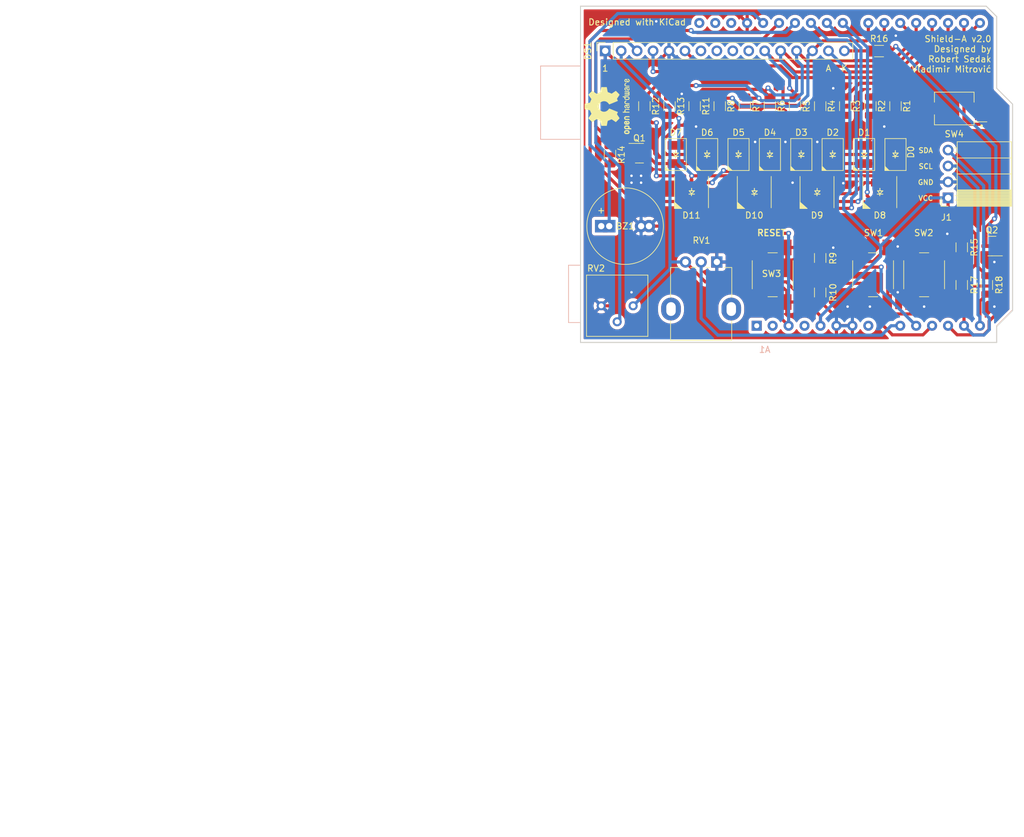
<source format=kicad_pcb>
(kicad_pcb (version 20211014) (generator pcbnew)
  (title_block (title "Shield-A") (date "2022-03-28") (rev "2.0") (company "Designed by Robert Sedak, Vladimir Mitrović") (comment 1 "License: CC-BY-SA 4.0") (comment 4 "Shield for Arduino Uno"))
  (layers (0 "F.Cu" signal) (31 "B.Cu" signal) (34 "B.Paste" user) (35 "F.Paste" user) (36 "B.SilkS" user "B.Silkscreen") (37 "F.SilkS" user "F.Silkscreen") (38 "B.Mask" user) (39 "F.Mask" user) (44 "Edge.Cuts" user))
  (net 0 "")
  (net 1 "GND")
  (net 2 "Net-(D7-Pad2)")
  (net 3 "Net-(D6-Pad2)")
  (net 4 "Net-(D5-Pad2)")
  (net 5 "Net-(D4-Pad2)")
  (net 6 "Net-(D3-Pad2)")
  (net 7 "Net-(D2-Pad2)")
  (net 8 "Net-(R2-Pad1)")
  (net 9 "Net-(R1-Pad1)")
  (net 10 "Net-(D1-Pad2)")
  (net 11 "D9")
  (net 12 "+5V")
  (net 13 "Net-(A1-Pad9)")
  (net 16 "Net-(A1-Pad3)")
  (net 19 "Net-(A1-Pad12)")
  (net 20 "Net-(A1-Pad28)")
  (net 22 "SDA")
  (net 23 "Net-(D10-Pad4)")
  (net 24 "D2")
  (net 25 "D11")
  (net 26 "D7")
  (net 27 "D6")
  (net 28 "D5")
  (net 29 "D4")
  (net 32 "Net-(A1-Pad15)")
  (net 33 "Net-(A1-Pad16)")
  (net 34 "Net-(A1-Pad27)")
  (net 35 "D3")
  (net 36 "Net-(DS1-Pad3)")
  (net 37 "D8")
  (net 38 "D10")
  (net 43 "SCL")
  (net 44 "Net-(A1-Pad11)")
  (net 45 "Net-(A1-Pad10)")
  (net 46 "Net-(DS1-Pad16)")
  (net 47 "Net-(D0-Pad2)")
  (net 48 "Net-(D0-Pad1)")
  (net 49 "Net-(R10-Pad1)")
  (net 50 "Net-(R9-Pad1)")
  (net 51 "Net-(D10-Pad5)")
  (net 52 "Net-(D10-Pad6)")
  (net 53 "Net-(Q2-Pad3)")
  (footprint "Project related:Potentiometer_Alpha_RV09ACF-40_Single_Vertical" (layer "F.Cu") (at 129.54 104.14 -90)
    (fp_text reference "RV1")
    (fp_text value "10K")
  )
  (footprint "Project related:Buzzer_12x9.5RM7.6_5" (layer "F.Cu") (at 111.125 98.425)
    (fp_text reference "BZ1")
    (fp_text value "Buzzer")
  )
  (footprint "Project related:Potentiometer_Bourns_3386P_Vertical" (layer "F.Cu") (at 111.125 111.125 -90)
    (fp_text reference "RV2")
    (fp_text value "10K")
  )
  (footprint "Connector_PinSocket_2.54mm:PinSocket_1x16_P2.54mm_Vertical" (layer "F.Cu") (at 111.76 70.485 90)
    (fp_text reference "DS1")
    (fp_text value "WC1602A")
  )
  (footprint "Resistor_SMD:R_1206_3216Metric" (layer "F.Cu") (at 118 79.3 -90)
    (fp_text reference "R12")
    (fp_text value "1.8K")
  )
  (footprint "Resistor_SMD:R_1206_3216Metric" (layer "F.Cu") (at 146 109 -90)
    (fp_text reference "R10")
    (fp_text value "100R")
  )
  (footprint "Resistor_SMD:R_1206_3216Metric" (layer "F.Cu") (at 172.55 107.8 90)
    (fp_text reference "R18")
    (fp_text value "10K")
  )
  (footprint "Resistor_SMD:R_1206_3216Metric" (layer "F.Cu") (at 168.55 107.8 90)
    (fp_text reference "R17")
    (fp_text value "10K")
  )
  (footprint "Resistor_SMD:R_1206_3216Metric" (layer "F.Cu") (at 155.38 70.52)
    (fp_text reference "R16")
    (fp_text value "18R")
  )
  (footprint "Resistor_SMD:R_1206_3216Metric" (layer "F.Cu") (at 168.55 101.8 90)
    (fp_text reference "R15")
    (fp_text value "10K")
  )
  (footprint "Resistor_SMD:R_1206_3216Metric" (layer "F.Cu") (at 112.52 87.05 -90)
    (fp_text reference "R14")
    (fp_text value "10K")
  )
  (footprint "Resistor_SMD:R_1206_3216Metric" (layer "F.Cu") (at 122 79.3 -90)
    (fp_text reference "R13")
    (fp_text value "3.9K")
  )
  (footprint "Resistor_SMD:R_1206_3216Metric" (layer "F.Cu") (at 126 79.3 -90)
    (fp_text reference "R11")
    (fp_text value "2.7K")
  )
  (footprint "Resistor_SMD:R_1206_3216Metric" (layer "F.Cu") (at 146 103.5 -90)
    (fp_text reference "R9")
    (fp_text value "100R")
  )
  (footprint "Resistor_SMD:R_1206_3216Metric" (layer "F.Cu") (at 130 79.3 -90)
    (fp_text reference "R8")
    (fp_text value "8.2K")
  )
  (footprint "Resistor_SMD:R_1206_3216Metric" (layer "F.Cu") (at 134 79.3 -90)
    (fp_text reference "R7")
    (fp_text value "8.2K")
  )
  (footprint "Resistor_SMD:R_1206_3216Metric" (layer "F.Cu") (at 138 79.3 -90)
    (fp_text reference "R6")
    (fp_text value "8.2K")
  )
  (footprint "Resistor_SMD:R_1206_3216Metric" (layer "F.Cu") (at 142 79.3 -90)
    (fp_text reference "R5")
    (fp_text value "8.2K")
  )
  (footprint "Resistor_SMD:R_1206_3216Metric" (layer "F.Cu") (at 146 79.3 -90)
    (fp_text reference "R4")
    (fp_text value "8.2K")
  )
  (footprint "Resistor_SMD:R_1206_3216Metric" (layer "F.Cu") (at 150 79.3 -90)
    (fp_text reference "R3")
    (fp_text value "8.2K")
  )
  (footprint "Resistor_SMD:R_1206_3216Metric" (layer "F.Cu") (at 154 79.3 -90)
    (fp_text reference "R2")
    (fp_text value "8.2K")
  )
  (footprint "Resistor_SMD:R_1206_3216Metric" (layer "F.Cu") (at 158 79.3 -90)
    (fp_text reference "R1")
    (fp_text value "8.2K")
  )
  (footprint "Project related:RS-3535MWAR" (layer "F.Cu") (at 135.5 93 90)
    (fp_text reference "D10")
    (fp_text value "LED-6_3535")
  )
  (footprint "Project related:RS-3535MWAR" (layer "F.Cu") (at 155.5 93 90)
    (fp_text reference "D8")
    (fp_text value "LED-6_3535")
  )
  (footprint "Project related:RS-3535MWAR" (layer "F.Cu") (at 125.5 93 90)
    (fp_text reference "D11")
    (fp_text value "LED-6_3535")
  )
  (footprint "Project related:RS-3535MWAR" (layer "F.Cu") (at 145.5 93 90)
    (fp_text reference "D9")
    (fp_text value "LED-6_3535")
  )
  (footprint "Project related:LED_3528_Hubei_Kento_Elec" (layer "F.Cu") (at 158 87 -90)
    (fp_text reference "D0")
    (fp_text value "LED_3528")
  )
  (footprint "Project related:LED_3528_Hubei_Kento_Elec" (layer "F.Cu") (at 128 87 -90)
    (fp_text reference "D6")
    (fp_text value "LED_3528")
  )
  (footprint "Project related:LED_3528_Hubei_Kento_Elec" (layer "F.Cu") (at 153 87 -90)
    (fp_text reference "D1")
    (fp_text value "LED_3528")
  )
  (footprint "Project related:LED_3528_Hubei_Kento_Elec" (layer "F.Cu") (at 148 87 -90)
    (fp_text reference "D2")
    (fp_text value "LED_3528")
  )
  (footprint "Project related:LED_3528_Hubei_Kento_Elec" (layer "F.Cu") (at 138 87 -90)
    (fp_text reference "D4")
    (fp_text value "LED_3528")
  )
  (footprint "Project related:LED_3528_Hubei_Kento_Elec" (layer "F.Cu") (at 133 87 -90)
    (fp_text reference "D5")
    (fp_text value "LED_3528")
  )
  (footprint "Project related:LED_3528_Hubei_Kento_Elec" (layer "F.Cu") (at 123 87 -90)
    (fp_text reference "D7")
    (fp_text value "LED_3528")
  )
  (footprint "Project related:LED_3528_Hubei_Kento_Elec" (layer "F.Cu") (at 143 87 -90)
    (fp_text reference "D3")
    (fp_text value "LED_3528")
  )
  (footprint "Project related:SW_SMD_PUSH_6mm_h4.3mm" (layer "F.Cu") (at 138.43 106.172 90)
    (fp_text reference "SW3")
    (fp_text value "SW_Push")
  )
  (footprint "Project related:SW_SMD_PUSH_6mm_h7mm" (layer "F.Cu") (at 154.432 106.172 -90)
    (fp_text reference "SW1")
    (fp_text value "SW_Push")
  )
  (footprint "Project related:SW_SMD_PUSH_6mm_h7mm" (layer "F.Cu") (at 162.56 106.172 -90)
    (fp_text reference "SW2")
    (fp_text value "SW_Push")
  )
  (footprint "Connector_PinSocket_2.54mm:PinSocket_1x04_P2.54mm_Horizontal" (layer "F.Cu") (at 166.37 93.92 180)
    (fp_text reference "J1")
    (fp_text value "Conn_01x04_Female")
  )
  (footprint "Project related:SW_DIP_SPSTx02_Slide_Dungguan-Guangzhu-Industrial_DIS02LSGET_W6.0mm_P2.54mm" (layer "F.Cu") (at 167.36 79.67 180)
    (fp_text reference "SW4")
    (fp_text value "SW_DIP_x02")
  )
  (footprint "Symbol:OSHW-Logo2_9.8x8mm_SilkScreen" (layer "F.Cu") (at 112.2 79.35 90)
    (fp_text reference "REF**" hide)
    (fp_text value "OSHW-Logo2_9.8x8mm_SilkScreen" hide)
  )
  (footprint "Package_TO_SOT_SMD:SOT-23" (layer "F.Cu") (at 173.355 101.6 180)
    (fp_text reference "Q2")
    (fp_text value "MMBF170")
  )
  (footprint "Package_TO_SOT_SMD:SOT-23" (layer "F.Cu") (at 117.21 86.8)
    (fp_text reference "Q1")
    (fp_text value "MMBF170")
  )
  (footprint "Module:Arduino_UNO_R3" (layer "B.Cu") (at 135.89 114.3)
    (fp_text reference "A1")
    (fp_text value "Arduino_UNO_R3")
  )
  (gr_circle (center 171.71 82.42) (end 171.76 82.52) (layer "F.SilkS") (width 0.2) (fill none))
  (gr_line (start 107.823 63.373) (end 107.823 116.967) (layer "Edge.Cuts") (width 0.15))
  (gr_line (start 176.657 78.994) (end 174.117 76.454) (layer "Edge.Cuts") (width 0.15))
  (gr_line (start 107.823 116.967) (end 174.117 116.967) (layer "Edge.Cuts") (width 0.15))
  (gr_line (start 172.466 63.373) (end 107.823 63.373) (layer "Edge.Cuts") (width 0.15))
  (gr_line (start 174.117 76.454) (end 174.117 65.024) (layer "Edge.Cuts") (width 0.15))
  (gr_line (start 174.117 114.427) (end 176.657 111.887) (layer "Edge.Cuts") (width 0.15))
  (gr_line (start 174.117 116.967) (end 174.117 114.427) (layer "Edge.Cuts") (width 0.15))
  (gr_line (start 176.657 111.887) (end 176.657 78.994) (layer "Edge.Cuts") (width 0.15))
  (gr_line (start 174.117 65.024) (end 172.466 63.373) (layer "Edge.Cuts") (width 0.15))
  (gr_text "SCL" (at 162.814 88.9) (layer "F.SilkS") (effects (font (size 0.8 0.8))))
  (gr_text "GND" (at 162.814 91.44) (layer "F.SilkS") (effects (font (size 0.8 0.8))))
  (gr_text "VCC" (at 162.814 93.98) (layer "F.SilkS") (effects (font (size 0.8 0.8))))
  (gr_text "RESET" (at 138.25 99.5) (layer "F.SilkS") (effects (font (size 1 1) (thickness 0.2))))
  (gr_text "Designed with KiCad" (at 116.84 65.913) (layer "F.SilkS") (effects (font (size 1 1))))
  (gr_text "1" (at 111.76 73.279) (layer "F.SilkS") (effects (font (size 1 1))))
  (gr_text "K" (at 149.86 73.279) (layer "F.SilkS") (effects (font (size 1 1))))
  (gr_text "A" (at 147.32 73.279) (layer "F.SilkS") (effects (font (size 1 1))))
  (gr_text "SDA" (at 162.814 86.36) (layer "F.SilkS") (effects (font (size 0.8 0.8))))
  (gr_text "Shield-A v2.0\nDesigned by\nRobert Sedak\nVladimir Mitrović" (at 173.355 71) (layer "F.SilkS") (effects (font (size 1 1)) (justify right)))
  (segment (start 129.54 104.14) (end 129.54 98.806) (width 0.5) (layer "F.Cu") (net 1))
  (segment (start 139.7999 101.88) (end 139.0997 101.88) (width 0.5) (layer "F.Cu") (net 1))
  (segment (start 166.25 99.65) (end 166.2378 99.6622) (width 0.5) (layer "F.Cu") (net 1))
  (segment (start 158.3557 101.67) (end 160.262 101.67) (width 0.5) (layer "F.Cu") (net 1))
  (segment (start 139.0997 101.88) (end 136.8397 104.14) (width 0.5) (layer "F.Cu") (net 1))
  (segment (start 134.37 66.04) (end 132.919999 64.589999) (width 0.5) (layer "F.Cu") (net 1))
  (segment (start 162.56 111.252) (end 160.6417 111.252) (width 0.5) (layer "F.Cu") (net 1))
  (segment (start 118.725 98.425) (end 129.159 98.425) (width 0.5) (layer "F.Cu") (net 1))
  (segment (start 113.7864 111.125) (end 115.9454 108.966) (width 0.5) (layer "F.Cu") (net 1))
  (segment (start 111.125 111.125) (end 113.7864 111.125) (width 0.5) (layer "F.Cu") (net 1))
  (segment (start 112.52 88.45) (end 115.5725 88.45) (width 0.5) (layer "F.Cu") (net 1))
  (segment (start 150.368 111.252) (end 153.924 111.252) (width 0.5) (layer "F.Cu") (net 1))
  (segment (start 129.54 98.806) (end 129.159 98.425) (width 0.5) (layer "F.Cu") (net 1))
  (segment (start 166.25 99.65) (end 167.8625 99.65) (width 0.5) (layer "F.Cu") (net 1))
  (segment (start 113.2721 71.9971) (end 111.76 70.485) (width 0.5) (layer "F.Cu") (net 1))
  (segment (start 115.5725 88.45) (end 116.2725 87.75) (width 0.5) (layer "F.Cu") (net 1))
  (segment (start 166.2378 99.6622) (end 162.1678 99.6622) (width 0.5) (layer "F.Cu") (net 1))
  (segment (start 151.13 114.3) (end 148.59 114.3) (width 0.5) (layer "F.Cu") (net 1))
  (segment (start 132.919999 64.589999) (end 121.084001 64.589999) (width 0.5) (layer "F.Cu") (net 1))
  (segment (start 121.084001 64.589999) (end 119.888 65.786) (width 0.5) (layer "F.Cu") (net 1))
  (segment (start 167.8625 99.65) (end 168.55 100.3375) (width 0.5) (layer "F.Cu") (net 1))
  (segment (start 148.082 101.854) (end 152.15 101.854) (width 0.5) (layer "F.Cu") (net 1))
  (segment (start 139.7999 101.88) (end 140.5 101.88) (width 0.5) (layer "F.Cu") (net 1))
  (segment (start 136.8397 104.14) (end 129.54 104.14) (width 0.5) (layer "F.Cu") (net 1))
  (segment (start 120.4079 71.9971) (end 113.2721 71.9971) (width 0.5) (layer "F.Cu") (net 1))
  (segment (start 160.6417 111.252) (end 158.3557 108.966) (width 0.5) (layer "F.Cu") (net 1))
  (segment (start 162.1678 99.6622) (end 160.25 101.58) (width 0.5) (layer "F.Cu") (net 1))
  (segment (start 170.88 91.38) (end 175.25 95.75) (width 0.5) (layer "F.Cu") (net 1))
  (segment (start 175.25 99.6925) (end 174.2925 100.65) (width 0.5) (layer "F.Cu") (net 1))
  (segment (start 152.15 101.854) (end 152.182 101.822) (width 0.5) (layer "F.Cu") (net 1))
  (segment (start 121.92 70.485) (end 120.4079 71.9971) (width 0.5) (layer "F.Cu") (net 1))
  (segment (start 118.725 98.425) (end 117.475 98.425) (width 0.5) (layer "F.Cu") (net 1))
  (segment (start 166.37 91.38) (end 170.88 91.38) (width 0.5) (layer "F.Cu") (net 1))
  (segment (start 158.3557 108.966) (end 158.3557 101.67) (width 0.5) (layer "F.Cu") (net 1))
  (segment (start 175.25 95.75) (end 175.25 99.6925) (width 0.5) (layer "F.Cu") (net 1))
  (via (at 135.636 85) (size 0.8) (drill 0.4) (layers "F.Cu" "B.Cu") (net 1))
  (via (at 173.75 111.252) (size 0.8) (drill 0.4) (layers "F.Cu" "B.Cu") (net 1))
  (via (at 148.082 101.854) (size 0.8) (drill 0.4) (layers "F.Cu" "B.Cu") (net 1))
  (via (at 119.888 65.786) (size 0.8) (drill 0.4) (layers "F.Cu" "B.Cu") (net 1))
  (via (at 140.462 85) (size 0.8) (drill 0.4) (layers "F.Cu" "B.Cu") (net 1))
  (via (at 149.683109 91.577109) (size 0.8) (drill 0.4) (layers "F.Cu" "B.Cu") (net 1))
  (via (at 115.9454 90.4) (size 0.8) (drill 0.4) (layers "F.Cu" "B.Cu") (net 1))
  (via (at 153.924 111.252) (size 0.8) (drill 0.4) (layers "F.Cu" "B.Cu") (net 1))
  (via (at 115.9454 91.5) (size 0.8) (drill 0.4) (layers "F.Cu" "B.Cu") (net 1))
  (via (at 126.2281 82.55) (size 0.8) (drill 0.4) (layers "F.Cu" "B.Cu") (net 1))
  (via (at 158.3557 101.67) (size 0.8) (drill 0.4) (layers "F.Cu" "B.Cu") (net 1))
  (via (at 117.475 91.5) (size 0.8) (drill 0.4) (layers "F.Cu" "B.Cu") (net 1))
  (via (at 156.21 82.55) (size 0.8) (drill 0.4) (layers "F.Cu" "B.Cu") (net 1))
  (via (at 166.25 99.65) (size 0.8) (drill 0.4) (layers "F.Cu" "B.Cu") (net 1))
  (via (at 150.368 111.252) (size 0.8) (drill 0.4) (layers "F.Cu" "B.Cu") (net 1))
  (via (at 173.75 104.14) (size 0.8) (drill 0.4) (layers "F.Cu" "B.Cu") (net 1))
  (via (at 123.952 77.343) (size 0.8) (drill 0.4) (layers "F.Cu" "B.Cu") (net 1))
  (via (at 117.475 90.4) (size 0.8) (drill 0.4) (layers "F.Cu" "B.Cu") (net 1))
  (via (at 162.56 111.252) (size 0.8) (drill 0.4) (layers "F.Cu" "B.Cu") (net 1))
  (via (at 115.9454 108.966) (size 0.8) (drill 0.4) (layers "F.Cu" "B.Cu") (net 1))
  (via (at 158.3557 108.966) (size 0.8) (drill 0.4) (layers "F.Cu" "B.Cu") (net 1))
  (via (at 158.0489 68.072) (size 0.8) (drill 0.4) (layers "F.Cu" "B.Cu") (net 1))
  (via (at 145.542 85) (size 0.8) (drill 0.4) (layers "F.Cu" "B.Cu") (net 1))
  (via (at 148.082 76.4481) (size 0.8) (drill 0.4) (layers "F.Cu" "B.Cu") (net 1))
  (via (at 141.605 91.5) (size 0.8) (drill 0.4) (layers "F.Cu" "B.Cu") (net 1))
  (segment (start 115.9454 88.43) (end 115.9654 88.45) (width 0.5) (layer "B.Cu") (net 1))
  (segment (start 158.3557 108.5983) (end 158.3557 101.67) (width 0.5) (layer "B.Cu") (net 1))
  (segment (start 117.475 90.805) (end 117.475 90.375) (width 0.5) (layer "B.Cu") (net 1))
  (segment (start 117.475 92.075) (end 117.475 90.805) (width 0.5) (layer "B.Cu") (net 1))
  (segment (start 117.475 107.4364) (end 115.9454 108.966) (width 0.5) (layer "B.Cu") (net 1))
  (segment (start 165.04 91.38) (end 156.21 82.55) (width 0.5) (layer "B.Cu") (net 1))
  (segment (start 126.2281 79.6191) (end 123.952 77.343) (width 0.5) (layer "B.Cu") (net 1))
  (segment (start 126.2281 82.55) (end 126.2281 79.6191) (width 0.5) (layer "B.Cu") (net 1))
  (segment (start 156.21 82.55) (end 156.21 69.9109) (width 0.5) (layer "B.Cu") (net 1))
  (segment (start 149.683109 91.577109) (end 148.082 89.976) (width 0.5) (layer "B.Cu") (net 1))
  (segment (start 142.053 91.948) (end 141.605 91.5) (width 0.5) (layer "B.Cu") (net 1))
  (segment (start 117.475 89.9596) (end 115.9654 88.45) (width 0.5) (layer "B.Cu") (net 1))
  (segment (start 149.312218 91.948) (end 142.053 91.948) (width 0.5) (layer "B.Cu") (net 1))
  (segment (start 128.6781 85) (end 126.2281 82.55) (width 0.5) (layer "B.Cu") (net 1))
  (segment (start 148.082 89.976) (end 148.082 76.4481) (width 0.5) (layer "B.Cu") (net 1))
  (segment (start 141.605 89.535) (end 145.542 85.598) (width 0.5) (layer "B.Cu") (net 1))
  (segment (start 117.475 98.425) (end 117.1069 98.7931) (width 0.5) (layer "B.Cu") (net 1))
  (segment (start 156.21 69.9109) (end 158.0489 68.072) (width 0.5) (layer "B.Cu") (net 1))
  (segment (start 145.542 85) (end 128.6781 85) (width 0.5) (layer "B.Cu") (net 1))
  (segment (start 111.76 84.2446) (end 115.9454 88.43) (width 0.5) (layer "B.Cu") (net 1))
  (segment (start 117.475 90.4) (end 115.9454 90.4) (width 0.5) (layer "B.Cu") (net 1))
  (segment (start 111.76 70.485) (end 111.76 84.2446) (width 0.5) (layer "B.Cu") (net 1))
  (segment (start 123.952 77.343) (end 123.952 72.517) (width 0.5) (layer "B.Cu") (net 1))
  (segment (start 117.475 98.425) (end 117.475 107.4364) (width 0.5) (layer "B.Cu") (net 1))
  (segment (start 117.475 98.425) (end 117.475 92.075) (width 0.5) (layer "B.Cu") (net 1))
  (segment (start 141.605 91.5) (end 141.605 89.535) (width 0.5) (layer "B.Cu") (net 1))
  (segment (start 145.542 85.598) (end 145.542 85) (width 0.5) (layer "B.Cu") (net 1))
  (segment (start 115.9454 91.5) (end 117.475 91.5) (width 0.5) (layer "B.Cu") (net 1))
  (segment (start 115.9454 90.4) (end 115.9454 91.5) (width 0.5) (layer "B.Cu") (net 1))
  (segment (start 117.475 90.375) (end 117.475 89.9596) (width 0.5) (layer "B.Cu") (net 1))
  (segment (start 123.952 72.517) (end 121.92 70.485) (width 0.5) (layer "B.Cu") (net 1))
  (segment (start 149.683109 91.577109) (end 149.312218 91.948) (width 0.5) (layer "B.Cu") (net 1))
  (segment (start 166.37 91.38) (end 165.04 91.38) (width 0.5) (layer "B.Cu") (net 1))
  (segment (start 130 80.7) (end 126.8186 83.8814) (width 0.5) (layer "F.Cu") (net 2))
  (segment (start 124.6686 83.8814) (end 123 85.55) (width 0.5) (layer "F.Cu") (net 2))
  (segment (start 126.8186 83.8814) (end 124.6686 83.8814) (width 0.5) (layer "F.Cu") (net 2))
  (segment (start 134 80.7) (end 129.15 85.55) (width 0.5) (layer "F.Cu") (net 3))
  (segment (start 129.15 85.55) (end 128 85.55) (width 0.5) (layer "F.Cu") (net 3))
  (segment (start 138 80.7) (end 133.15 85.55) (width 0.5) (layer "F.Cu") (net 4))
  (segment (start 133.15 85.55) (end 133 85.55) (width 0.5) (layer "F.Cu") (net 4))
  (segment (start 142 80.7) (end 142 81.55) (width 0.5) (layer "F.Cu") (net 5))
  (segment (start 142 81.55) (end 138 85.55) (width 0.5) (layer "F.Cu") (net 5))
  (segment (start 146 82.55) (end 143 85.55) (width 0.5) (layer "F.Cu") (net 6))
  (segment (start 146 80.7) (end 146 82.55) (width 0.5) (layer "F.Cu") (net 6))
  (segment (start 148 82.7) (end 148 85.55) (width 0.5) (layer "F.Cu") (net 7))
  (segment (start 150 80.7) (end 148 82.7) (width 0.5) (layer "F.Cu") (net 7))
  (segment (start 154 77.8375) (end 155.2875 76.55) (width 0.5) (layer "F.Cu") (net 8))
  (segment (start 155.2875 76.55) (end 160.96 76.55) (width 0.5) (layer "F.Cu") (net 8))
  (segment (start 160.96 76.55) (end 162.81 78.4) (width 0.5) (layer "F.Cu") (net 8))
  (segment (start 162.81 80.94) (end 161.1025 80.94) (width 0.5) (layer "F.Cu") (net 9))
  (segment (start 161.1025 80.94) (end 158 77.8375) (width 0.5) (layer "F.Cu") (net 9))
  (segment (start 154 80.7) (end 154 84.55) (width 0.5) (layer "F.Cu") (net 10))
  (segment (start 154 84.55) (end 153 85.55) (width 0.5) (layer "F.Cu") (net 10))
  (segment (start 146.6 94.5) (end 144.4 94.5) (width 0.5) (layer "F.Cu") (net 11))
  (segment (start 152.0221 94.5) (end 146.6 94.5) (width 0.5) (layer "F.Cu") (net 11))
  (via (at 152.0221 94.5) (size 0.8) (drill 0.4) (layers "F.Cu" "B.Cu") (net 11))
  (segment (start 152.5 94.0221) (end 152.0221 94.5) (width 0.5) (layer "B.Cu") (net 11))
  (segment (start 152.5 70.0151) (end 152.5 94.0221) (width 0.5) (layer "B.Cu") (net 11))
  (segment (start 150.535381 68.050481) (end 152.5 70.0151) (width 0.5) (layer "B.Cu") (net 11))
  (segment (start 149.08048 68.05048) (end 150.535381 68.050481) (width 0.5) (layer "B.Cu") (net 11))
  (segment (start 147.07 66.04) (end 149.08048 68.05048) (width 0.5) (layer "B.Cu") (net 11))
  (segment (start 168.975 106.3375) (end 170.7625 104.55) (width 0.5) (layer "F.Cu") (net 12))
  (segment (start 168.55 106.3375) (end 168.975 106.3375) (width 0.5) (layer "F.Cu") (net 12))
  (segment (start 172.55 106.3375) (end 170.7625 104.55) (width 0.5) (layer "F.Cu") (net 12))
  (segment (start 146.05 112.7434) (end 146.05 114.3) (width 0.5) (layer "F.Cu") (net 12))
  (segment (start 127.71 107.31) (end 140.6166 107.31) (width 0.5) (layer "F.Cu") (net 12))
  (segment (start 140.6166 107.31) (end 146.05 112.7434) (width 0.5) (layer "F.Cu") (net 12))
  (segment (start 166.37 95.2882) (end 170.7625 99.6807) (width 0.5) (layer "F.Cu") (net 12))
  (segment (start 170.7625 99.6807) (end 170.7625 104.55) (width 0.5) (layer "F.Cu") (net 12))
  (segment (start 124.54 104.14) (end 127.71 107.31) (width 0.5) (layer "F.Cu") (net 12))
  (segment (start 166.37 93.92) (end 166.37 95.2882) (width 0.5) (layer "F.Cu") (net 12))
  (segment (start 122.0727 104.14) (end 124.54 104.14) (width 0.5) (layer "B.Cu") (net 12))
  (segment (start 116.205 111.125) (end 122.0727 105.2573) (width 0.5) (layer "B.Cu") (net 12))
  (segment (start 147.32 70.485) (end 150.73262 73.89762) (width 0.5) (layer "B.Cu") (net 12))
  (segment (start 114.3 70.485) (end 114.3 71.9853) (width 0.5) (layer "B.Cu") (net 12))
  (segment (start 122.0727 79.758) (end 122.0727 104.14) (width 0.5) (layer "B.Cu") (net 12))
  (segment (start 166.37 93.92) (end 164.17 93.92) (width 0.5) (layer "B.Cu") (net 12))
  (segment (start 149.75 93.977886) (end 149.75 95.75) (width 0.5) (layer "B.Cu") (net 12))
  (segment (start 146.05 112.825198) (end 146.05 114.3) (width 0.5) (layer "B.Cu") (net 12))
  (segment (start 114.3 71.9853) (end 122.0727 79.758) (width 0.5) (layer "B.Cu") (net 12))
  (segment (start 155.625 101.578086) (end 163.283086 93.92) (width 0.5) (layer "B.Cu") (net 12))
  (segment (start 149.75 95.75) (end 155.625 101.625) (width 0.5) (layer "B.Cu") (net 12))
  (segment (start 150.73262 73.89762) (end 150.73262 92.995266) (width 0.5) (layer "B.Cu") (net 12))
  (segment (start 122.0727 105.2573) (end 122.0727 104.14) (width 0.5) (layer "B.Cu") (net 12))
  (segment (start 150.73262 92.995266) (end 149.75 93.977886) (width 0.5) (layer "B.Cu") (net 12))
  (segment (start 155.625 101.578086) (end 155.625 103.250198) (width 0.5) (layer "B.Cu") (net 12))
  (segment (start 163.283086 93.92) (end 164.17 93.92) (width 0.5) (layer "B.Cu") (net 12))
  (segment (start 155.625 103.250198) (end 146.05 112.825198) (width 0.5) (layer "B.Cu") (net 12))
  (segment (start 157.2997 114.3) (end 155.7948 115.8049) (width 0.5) (layer "B.Cu") (net 13))
  (segment (start 158.75 114.3) (end 157.2997 114.3) (width 0.5) (layer "B.Cu") (net 13))
  (segment (start 129.7049 115.8049) (end 127.04 113.14) (width 0.5) (layer "B.Cu") (net 13))
  (segment (start 127.04 110.6909) (end 127.04 104.14) (width 0.5) (layer "B.Cu") (net 13))
  (segment (start 155.7948 115.8049) (end 129.7049 115.8049) (width 0.5) (layer "B.Cu") (net 13))
  (segment (start 127.04 113.14) (end 127.04 110.6909) (width 0.5) (layer "B.Cu") (net 13))
  (segment (start 140.97 99.568) (end 138.234 99.568) (width 0.5) (layer "F.Cu") (net 16))
  (segment (start 140.97 114.3) (end 137.65 110.98) (width 0.5) (layer "F.Cu") (net 16))
  (segment (start 137.65 110.98) (end 136 110.98) (width 0.5) (layer "F.Cu") (net 16))
  (segment (start 138.234 99.568) (end 136.18 101.622) (width 0.5) (layer "F.Cu") (net 16))
  (via (at 140.97 99.568) (size 0.8) (drill 0.4) (layers "F.Cu" "B.Cu") (net 16))
  (segment (start 140.97 114.3) (end 140.97 99.568) (width 0.5) (layer "B.Cu") (net 16))
  (segment (start 167.02548 107.022593) (end 167.972887 107.97) (width 0.5) (layer "F.Cu") (net 19))
  (segment (start 174.799511 109.302398) (end 173.467113 107.97) (width 0.5) (layer "F.Cu") (net 19))
  (segment (start 173.467113 107.97) (end 173.127113 107.97) (width 0.5) (layer "F.Cu") (net 19))
  (segment (start 174.95 106.147113) (end 173.127113 107.97) (width 0.5) (layer "F.Cu") (net 19))
  (segment (start 167.02548 104.78702) (end 167.02548 107.022593) (width 0.5) (layer "F.Cu") (net 19))
  (segment (start 174.95 103.2075) (end 174.95 106.147113) (width 0.5) (layer "F.Cu") (net 19))
  (segment (start 168.55 103.2625) (end 167.02548 104.78702) (width 0.5) (layer "F.Cu") (net 19))
  (segment (start 172.9 113.586234) (end 174.799511 111.686723) (width 0.5) (layer "F.Cu") (net 19))
  (segment (start 167.819511 115.749511) (end 172.050408 115.749511) (width 0.5) (layer "F.Cu") (net 19))
  (segment (start 166.37 114.3) (end 167.819511 115.749511) (width 0.5) (layer "F.Cu") (net 19))
  (segment (start 172.050408 115.749511) (end 172.9 114.899919) (width 0.5) (layer "F.Cu") (net 19))
  (segment (start 174.799511 109.302398) (end 174.799511 111.686723) (width 0.5) (layer "F.Cu") (net 19))
  (segment (start 172.9 114.899919) (end 172.9 113.586234) (width 0.5) (layer "F.Cu") (net 19))
  (segment (start 174.2925 102.55) (end 174.95 103.2075) (width 0.5) (layer "F.Cu") (net 19))
  (segment (start 167.972887 107.97) (end 173.127113 107.97) (width 0.5) (layer "F.Cu") (net 19))
  (segment (start 112.395 98.425) (end 111.125 98.425) (width 0.5) (layer "F.Cu") (net 20))
  (segment (start 135.405 64.535) (end 113.7492 64.535) (width 0.5) (layer "B.Cu") (net 20))
  (segment (start 112.395 98.425) (end 112.395 88.5428) (width 0.5) (layer "B.Cu") (net 20))
  (segment (start 136.91 66.04) (end 135.405 64.535) (width 0.5) (layer "B.Cu") (net 20))
  (segment (start 109.3122 68.972) (end 109.3122 85.46) (width 0.5) (layer "B.Cu") (net 20))
  (segment (start 112.395 88.5428) (end 109.3122 85.46) (width 0.5) (layer "B.Cu") (net 20))
  (segment (start 113.7492 64.535) (end 109.3122 68.972) (width 0.5) (layer "B.Cu") (net 20))
  (segment (start 168.55 109.2625) (end 168.91 109.6225) (width 0.5) (layer "F.Cu") (net 22))
  (segment (start 168.91 109.6225) (end 168.91 114.3) (width 0.5) (layer "F.Cu") (net 22))
  (segment (start 170.3868 115.7768) (end 168.91 114.3) (width 0.5) (layer "B.Cu") (net 22))
  (segment (start 172.04261 112.169504) (end 172.9432 113.070094) (width 0.5) (layer "B.Cu") (net 22))
  (segment (start 172.9432 114.9212) (end 172.0876 115.7768) (width 0.5) (layer "B.Cu") (net 22))
  (segment (start 172.0429 95.3429) (end 172.0429 91.9729) (width 0.5) (layer "B.Cu") (net 22))
  (segment (start 172.04261 100.95739) (end 172.04261 112.169504) (width 0.5) (layer "B.Cu") (net 22))
  (segment (start 172.0876 115.7768) (end 170.3868 115.7768) (width 0.5) (layer "B.Cu") (net 22))
  (segment (start 172.9432 113.070094) (end 172.9432 114.9212) (width 0.5) (layer "B.Cu") (net 22))
  (segment (start 172.0429 100.9571) (end 172.04261 100.95739) (width 0.5) (layer "B.Cu") (net 22))
  (segment (start 172.0429 95.3429) (end 172.0429 100.9571) (width 0.5) (layer "B.Cu") (net 22))
  (segment (start 172.0429 91.9729) (end 166.37 86.3) (width 0.5) (layer "B.Cu") (net 22))
  (segment (start 136.6 89.6997) (end 136.6 90.4) (width 0.5) (layer "F.Cu") (net 23))
  (segment (start 145.7902 89.6997) (end 136.6 89.6997) (width 0.5) (layer "F.Cu") (net 23))
  (segment (start 125.7375 80.7625) (end 124.154 82.346) (width 0.5) (layer "F.Cu") (net 23))
  (segment (start 146.6 90.5095) (end 145.7902 89.6997) (width 0.5) (layer "F.Cu") (net 23))
  (segment (start 159.1925 87) (end 159.7688 87.5763) (width 0.5) (layer "F.Cu") (net 23))
  (segment (start 128.8174 91.5) (end 126.6 91.5) (width 0.5) (layer "F.Cu") (net 23))
  (segment (start 146.6 91.5) (end 146.6 90.5999) (width 0.5) (layer "F.Cu") (net 23))
  (segment (start 123.346 82.346) (end 124.154 82.346) (width 0.5) (layer "F.Cu") (net 23))
  (segment (start 121.5394 87) (end 159.1925 87) (width 0.5) (layer "F.Cu") (net 23))
  (segment (start 159.7688 87.5763) (end 159.7688 89.2546) (width 0.5) (layer "F.Cu") (net 23))
  (segment (start 121.0025 84.6895) (end 121.0025 86.4631) (width 0.5) (layer "F.Cu") (net 23))
  (segment (start 146.6 90.5999) (end 147.5117 89.6882) (width 0.5) (layer "F.Cu") (net 23))
  (segment (start 126 80.7625) (end 125.7375 80.7625) (width 0.5) (layer "F.Cu") (net 23))
  (segment (start 147.5117 89.6882) (end 155.8882 89.6882) (width 0.5) (layer "F.Cu") (net 23))
  (segment (start 123.346 82.346) (end 121.0025 84.6895) (width 0.5) (layer "F.Cu") (net 23))
  (segment (start 146.6 90.5999) (end 146.6 90.5095) (width 0.5) (layer "F.Cu") (net 23))
  (segment (start 121.0025 86.4631) (end 121.5394 87) (width 0.5) (layer "F.Cu") (net 23))
  (segment (start 158.6234 90.4) (end 156.6 90.4) (width 0.5) (layer "F.Cu") (net 23))
  (segment (start 130.6 89.5505) (end 130.7492 89.6997) (width 0.5) (layer "F.Cu") (net 23))
  (segment (start 136.6 91.5) (end 136.6 90.4) (width 0.5) (layer "F.Cu") (net 23))
  (segment (start 155.8882 89.6882) (end 156.6 90.4) (width 0.5) (layer "F.Cu") (net 23))
  (segment (start 130.7492 89.6997) (end 136.6 89.6997) (width 0.5) (layer "F.Cu") (net 23))
  (segment (start 156.6 91.5) (end 156.6 90.4) (width 0.5) (layer "F.Cu") (net 23))
  (segment (start 159.7688 89.2546) (end 158.6234 90.4) (width 0.5) (layer "F.Cu") (net 23))
  (via (at 130.6 89.5505) (size 0.8) (drill 0.4) (layers "F.Cu" "B.Cu") (net 23))
  (via (at 128.8174 91.5) (size 0.8) (drill 0.4) (layers "F.Cu" "B.Cu") (net 23))
  (segment (start 130.6 89.5505) (end 128.8174 91.3331) (width 0.5) (layer "B.Cu") (net 23))
  (segment (start 128.8174 91.3331) (end 128.8174 91.5) (width 0.5) (layer "B.Cu") (net 23))
  (segment (start 119.38029 73.78571) (end 119.38 73.786) (width 0.5) (layer "F.Cu") (net 24))
  (segment (start 158.2127 75.6476) (end 166.37 67.4903) (width 0.5) (layer "F.Cu") (net 24))
  (segment (start 140.974 79.1785) (end 140.084699 78.289199) (width 0.5) (layer "F.Cu") (net 24))
  (segment (start 150 77.9) (end 152.2524 75.6476) (width 0.5) (layer "F.Cu") (net 24))
  (segment (start 166.37 66.04) (end 166.37 67.4903) (width 0.5) (layer "F.Cu") (net 24))
  (segment (start 150 77.9) (end 148.7215 79.1785) (width 0.5) (layer "F.Cu") (net 24))
  (segment (start 138.55571 73.78571) (end 119.38029 73.78571) (width 0.5) (layer "F.Cu") (net 24))
  (segment (start 140.084699 75.314699) (end 138.55571 73.78571) (width 0.5) (layer "F.Cu") (net 24))
  (segment (start 140.084699 78.289199) (end 140.084699 75.314699) (width 0.5) (layer "F.Cu") (net 24))
  (segment (start 152.2524 75.6476) (end 158.2127 75.6476) (width 0.5) (layer "F.Cu") (net 24))
  (segment (start 148.7215 79.1785) (end 140.974 79.1785) (width 0.5) (layer "F.Cu") (net 24))
  (via (at 119.38 73.786) (size 0.8) (drill 0.4) (layers "F.Cu" "B.Cu") (net 24))
  (segment (start 119.38 70.485) (end 119.38 73.786) (width 0.5) (layer "B.Cu") (net 24))
  (segment (start 111.0115 67.2411) (end 125.4364 67.2411) (width 0.5) (layer "F.Cu") (net 25))
  (segment (start 124.4 94.5) (end 116.2531 94.5) (width 0.5) (layer "F.Cu") (net 25))
  (segment (start 116.2531 94.5) (end 109.359 87.6059) (width 0.5) (layer "F.Cu") (net 25))
  (segment (start 109.359 68.8936) (end 111.0115 67.2411) (width 0.5) (layer "F.Cu") (net 25))
  (segment (start 124.4 94.5) (end 126.6 94.5) (width 0.5) (layer "F.Cu") (net 25))
  (segment (start 109.359 87.6059) (end 109.359 68.8936) (width 0.5) (layer "F.Cu") (net 25))
  (via (at 125.4364 67.2411) (size 0.8) (drill 0.4) (layers "F.Cu" "B.Cu") (net 25))
  (segment (start 141.99 66.04) (end 140.4937 67.5363) (width 0.5) (layer "B.Cu") (net 25))
  (segment (start 125.7316 67.5363) (end 125.4364 67.2411) (width 0.5) (layer "B.Cu") (net 25))
  (segment (start 140.4937 67.5363) (end 125.7316 67.5363) (width 0.5) (layer "B.Cu") (net 25))
  (segment (start 153.3525 68.8975) (end 153.67 68.58) (width 0.5) (layer "F.Cu") (net 26))
  (segment (start 130 77.9) (end 128.6808 79.2192) (width 0.5) (layer "F.Cu") (net 26))
  (segment (start 123.3192 79.2192) (end 122 77.9) (width 0.5) (layer "F.Cu") (net 26))
  (segment (start 146.3675 68.8975) (end 153.3525 68.8975) (width 0.5) (layer "F.Cu") (net 26))
  (segment (start 153.67 68.58) (end 153.67 66.04) (width 0.5) (layer "F.Cu") (net 26))
  (segment (start 130.1322 78.0322) (end 130 77.9) (width 0.5) (layer "F.Cu") (net 26))
  (segment (start 128.6808 79.2192) (end 123.3192 79.2192) (width 0.5) (layer "F.Cu") (net 26))
  (segment (start 132 78.0322) (end 130.1322 78.0322) (width 0.5) (layer "F.Cu") (net 26))
  (segment (start 144.78 70.485) (end 146.3675 68.8975) (width 0.5) (layer "F.Cu") (net 26))
  (via (at 132 78.0322) (size 0.8) (drill 0.4) (layers "F.Cu" "B.Cu") (net 26))
  (segment (start 144.04031 71.22469) (end 144.04031 77.589796) (width 0.5) (layer "B.Cu") (net 26))
  (segment (start 144.04031 77.589796) (end 143.979506 77.6506) (width 0.5) (layer "B.Cu") (net 26))
  (segment (start 133.2942 79.3264) (end 142.3042 79.3264) (width 0.5) (layer "B.Cu") (net 26))
  (segment (start 142.3042 79.3264) (end 143.98 77.6506) (width 0.5) (layer "B.Cu") (net 26))
  (segment (start 144.78 70.485) (end 144.04031 71.22469) (width 0.5) (layer "B.Cu") (net 26))
  (segment (start 132 78.0322) (end 133.2942 79.3264) (width 0.5) (layer "B.Cu") (net 26))
  (segment (start 143.979506 77.6506) (end 143.98 77.6506) (width 0.5) (layer "B.Cu") (net 26))
  (segment (start 143.8014 72.0464) (end 154.7288 72.0464) (width 0.5) (layer "F.Cu") (net 27))
  (segment (start 134.1322 78.0322) (end 136.2369 78.0322) (width 0.5) (layer "F.Cu") (net 27))
  (segment (start 154.7288 72.0464) (end 155.38 71.3952) (width 0.5) (layer "F.Cu") (net 27))
  (segment (start 142.24 70.485) (end 143.8014 72.0464) (width 0.5) (layer "F.Cu") (net 27))
  (segment (start 155.38 71.3952) (end 155.38 68.3203) (width 0.5) (layer "F.Cu") (net 27))
  (segment (start 118 77.9) (end 119.8822 76.0178) (width 0.5) (layer "F.Cu") (net 27))
  (segment (start 134 77.9) (end 134.1322 78.0322) (width 0.5) (layer "F.Cu") (net 27))
  (segment (start 155.38 68.3203) (end 156.21 67.4903) (width 0.5) (layer "F.Cu") (net 27))
  (segment (start 156.21 66.04) (end 156.21 67.4903) (width 0.5) (layer "F.Cu") (net 27))
  (segment (start 119.8822 76.0178) (end 126.2281 76.0178) (width 0.5) (layer "F.Cu") (net 27))
  (via (at 126.2281 76.0178) (size 0.8) (drill 0.4) (layers "F.Cu" "B.Cu") (net 27))
  (via (at 136.2369 78.0322) (size 0.8) (drill 0.4) (layers "F.Cu" "B.Cu") (net 27))
  (segment (start 136.2369 78.0322) (end 136.6308 78.4261) (width 0.5) (layer "B.Cu") (net 27))
  (segment (start 134.2225 76.0178) (end 136.2369 78.0322) (width 0.5) (layer "B.Cu") (net 27))
  (segment (start 141.9312 78.4261) (end 143.1403 77.217) (width 0.5) (layer "B.Cu") (net 27))
  (segment (start 136.6308 78.4261) (end 141.9312 78.4261) (width 0.5) (layer "B.Cu") (net 27))
  (segment (start 143.1403 72.8856) (end 142.24 71.9853) (width 0.5) (layer "B.Cu") (net 27))
  (segment (start 126.2281 76.0178) (end 134.2225 76.0178) (width 0.5) (layer "B.Cu") (net 27))
  (segment (start 142.24 70.485) (end 142.24 71.9853) (width 0.5) (layer "B.Cu") (net 27))
  (segment (start 143.1403 77.217) (end 143.1403 72.8856) (width 0.5) (layer "B.Cu") (net 27))
  (segment (start 142.4608 72.9467) (end 139.9991 70.485) (width 0.5) (layer "F.Cu") (net 28))
  (segment (start 136.7173 76.6173) (end 137.0998 76.9998) (width 0.5) (layer "F.Cu") (net 28))
  (segment (start 160.02 67.31) (end 160.02 69.6113) (width 0.5) (layer "F.Cu") (net 28))
  (segment (start 158.75 66.04) (end 160.02 67.31) (width 0.5) (layer "F.Cu") (net 28))
  (segment (start 126 77.9) (end 127.2827 76.6173) (width 0.5) (layer "F.Cu") (net 28))
  (segment (start 137.0998 76.9998) (end 137.6973 76.4023) (width 0.5) (layer "F.Cu") (net 28))
  (segment (start 156.6846 72.9467) (end 142.4608 72.9467) (width 0.5) (layer "F.Cu") (net 28))
  (segment (start 160.02 69.6113) (end 156.6846 72.9467) (width 0.5) (layer "F.Cu") (net 28))
  (segment (start 139.9991 70.485) (end 139.7 70.485) (width 0.5) (layer "F.Cu") (net 28))
  (segment (start 137.0998 76.9998) (end 138 77.9) (width 0.5) (layer "F.Cu") (net 28))
  (segment (start 127.2827 76.6173) (end 136.7173 76.6173) (width 0.5) (layer "F.Cu") (net 28))
  (via (at 137.6973 76.4023) (size 0.8) (drill 0.4) (layers "F.Cu" "B.Cu") (net 28))
  (segment (start 138.8074 77.5124) (end 141.5716 77.5124) (width 0.5) (layer "B.Cu") (net 28))
  (segment (start 141.5716 77.5124) (end 142.24 76.844) (width 0.5) (layer "B.Cu") (net 28))
  (segment (start 139.7 70.485) (end 139.7 71.9853) (width 0.5) (layer "B.Cu") (net 28))
  (segment (start 137.6973 76.4023) (end 138.8074 77.5124) (width 0.5) (layer "B.Cu") (net 28))
  (segment (start 142.24 74.5253) (end 139.7 71.9853) (width 0.5) (layer "B.Cu") (net 28))
  (segment (start 142.24 76.844) (end 142.24 74.5253) (width 0.5) (layer "B.Cu") (net 28))
  (segment (start 161.29 69.6146) (end 161.29 66.04) (width 0.5) (layer "F.Cu") (net 29))
  (segment (start 157.0576 73.847) (end 161.29 69.6146) (width 0.5) (layer "F.Cu") (net 29))
  (segment (start 141.947 73.847) (end 157.0576 73.847) (width 0.5) (layer "F.Cu") (net 29))
  (segment (start 137.16 70.485) (end 138.6603 71.9853) (width 0.5) (layer "F.Cu") (net 29))
  (segment (start 141.1347 76.4481) (end 142 77.3134) (width 0.5) (layer "F.Cu") (net 29))
  (segment (start 138.6603 71.9853) (end 140.0853 71.9853) (width 0.5) (layer "F.Cu") (net 29))
  (segment (start 140.0853 71.9853) (end 141.947 73.847) (width 0.5) (layer "F.Cu") (net 29))
  (segment (start 142 77.3134) (end 142 77.9) (width 0.5) (layer "F.Cu") (net 29))
  (via (at 141.1347 76.4481) (size 0.8) (drill 0.4) (layers "F.Cu" "B.Cu") (net 29))
  (segment (start 141.1347 74.8947) (end 141.1347 76.4481) (width 0.5) (layer "B.Cu") (net 29))
  (segment (start 137.16 70.485) (end 138.009999 71.334999) (width 0.5) (layer "B.Cu") (net 29))
  (segment (start 138.009999 71.769999) (end 141.1347 74.8947) (width 0.5) (layer "B.Cu") (net 29))
  (segment (start 138.009999 71.334999) (end 138.009999 71.769999) (width 0.5) (layer "B.Cu") (net 29))
  (segment (start 171.06 80.94) (end 169.810489 79.690489) (width 0.5) (layer "F.Cu") (net 32))
  (segment (start 169.810489 67.679511) (end 171.45 66.04) (width 0.5) (layer "F.Cu") (net 32))
  (segment (start 169.810489 79.690489) (end 169.810489 67.679511) (width 0.5) (layer "F.Cu") (net 32))
  (segment (start 171.91 80.94) (end 171.06 80.94) (width 0.5) (layer "F.Cu") (net 32))
  (segment (start 172.76 78.4) (end 171.91 78.4) (width 0.5) (layer "F.Cu") (net 33))
  (segment (start 174.05 82.149022) (end 174.05 79.69) (width 0.5) (layer "F.Cu") (net 33))
  (segment (start 174.05 79.69) (end 172.76 78.4) (width 0.5) (layer "F.Cu") (net 33))
  (segment (start 168.91 81.289022) (end 168.91 66.04) (width 0.5) (layer "F.Cu") (net 33))
  (segment (start 169.810979 82.190001) (end 168.91 81.289022) (width 0.5) (layer "F.Cu") (net 33))
  (segment (start 174.009021 82.190001) (end 169.810979 82.190001) (width 0.5) (layer "F.Cu") (net 33))
  (segment (start 112.52 84.7997) (end 112.52 85.65) (width 0.5) (layer "F.Cu") (net 34))
  (segment (start 111.0247 68.5866) (end 136.9034 68.5866) (width 0.5) (layer "F.Cu") (net 34))
  (segment (start 110.2596 82.5393) (end 110.2596 69.3517) (width 0.5) (layer "F.Cu") (net 34))
  (segment (start 112.72 85.85) (end 112.52 85.65) (width 0.5) (layer "F.Cu") (net 34))
  (segment (start 112.52 84.7997) (end 110.2596 82.5393) (width 0.5) (layer "F.Cu") (net 34))
  (segment (start 136.9034 68.5866) (end 139.45 66.04) (width 0.5) (layer "F.Cu") (net 34))
  (segment (start 110.2596 69.3517) (end 111.0247 68.5866) (width 0.5) (layer "F.Cu") (net 34))
  (segment (start 116.2725 85.85) (end 112.72 85.85) (width 0.5) (layer "F.Cu") (net 34))
  (segment (start 124.46 70.485) (end 126.8607 72.8857) (width 0.5) (layer "F.Cu") (net 35))
  (segment (start 141.574 74.7473) (end 146 74.7473) (width 0.5) (layer "F.Cu") (net 35))
  (segment (start 146 77.9) (end 146 74.7473) (width 0.5) (layer "F.Cu") (net 35))
  (segment (start 146 74.7473) (end 157.4306 74.7473) (width 0.5) (layer "F.Cu") (net 35))
  (segment (start 157.4306 74.7473) (end 163.83 68.3479) (width 0.5) (layer "F.Cu") (net 35))
  (segment (start 139.7124 72.8857) (end 141.574 74.7473) (width 0.5) (layer "F.Cu") (net 35))
  (segment (start 163.83 68.3479) (end 163.83 67.4903) (width 0.5) (layer "F.Cu") (net 35))
  (segment (start 126.8607 72.8857) (end 139.7124 72.8857) (width 0.5) (layer "F.Cu") (net 35))
  (segment (start 163.83 66.04) (end 163.83 67.4903) (width 0.5) (layer "F.Cu") (net 35))
  (segment (start 114.075 113.255) (end 113.665 113.665) (width 0.5) (layer "B.Cu") (net 36))
  (segment (start 116.84 70.485) (end 115.3018 68.9468) (width 0.5) (layer "B.Cu") (net 36))
  (segment (start 110.6232 68.9468) (end 110.2596 69.3104) (width 0.5) (layer "B.Cu") (net 36))
  (segment (start 110.2596 85.1338) (end 114.075 88.9492) (width 0.5) (layer "B.Cu") (net 36))
  (segment (start 114.075 88.9492) (end 114.075 113.255) (width 0.5) (layer "B.Cu") (net 36))
  (segment (start 110.2596 69.3104) (end 110.2596 85.1338) (width 0.5) (layer "B.Cu") (net 36))
  (segment (start 115.3018 68.9468) (end 110.6232 68.9468) (width 0.5) (layer "B.Cu") (net 36))
  (segment (start 153.5 93) (end 153.5 93.6) (width 0.5) (layer "F.Cu") (net 37))
  (segment (start 156.6 94.5) (end 154.4 94.5) (width 0.5) (layer "F.Cu") (net 37))
  (segment (start 153.5 93.6) (end 154.4 94.5) (width 0.5) (layer "F.Cu") (net 37))
  (via (at 153.5 93) (size 0.8) (drill 0.4) (layers "F.Cu" "B.Cu") (net 37))
  (segment (start 153.5 93) (end 153.543 92.957) (width 0.5) (layer "B.Cu") (net 37))
  (segment (start 153.543 92.957) (end 153.543 69.973) (width 0.5) (layer "B.Cu") (net 37))
  (segment (start 153.543 69.973) (end 149.61 66.04) (width 0.5) (layer "B.Cu") (net 37))
  (segment (start 151 95.5) (end 150.9139 95.5861) (width 0.5) (layer "F.Cu") (net 38))
  (segment (start 136.6 94.5) (end 134.4 94.5) (width 0.5) (layer "F.Cu") (net 38))
  (segment (start 150.9139 95.5861) (end 143.87 95.5861) (width 0.5) (layer "F.Cu") (net 38))
  (segment (start 143.87 95.5861) (end 142.7839 94.5) (width 0.5) (layer "F.Cu") (net 38))
  (segment (start 142.7839 94.5) (end 136.6 94.5) (width 0.5) (layer "F.Cu") (net 38))
  (via (at 151 95.5) (size 0.8) (drill 0.4) (layers "F.Cu" "B.Cu") (net 38))
  (segment (start 151.75 93.25) (end 151 94) (width 0.5) (layer "B.Cu") (net 38))
  (segment (start 147.239999 68.749999) (end 150.24563 68.75) (width 0.5) (layer "B.Cu") (net 38))
  (segment (start 150.24563 68.75) (end 151.75 70.25437) (width 0.5) (layer "B.Cu") (net 38))
  (segment (start 144.53 66.04) (end 147.239999 68.749999) (width 0.5) (layer "B.Cu") (net 38))
  (segment (start 151 94) (end 151 95.5) (width 0.5) (layer "B.Cu") (net 38))
  (segment (start 151.75 70.25437) (end 151.75 93.25) (width 0.5) (layer "B.Cu") (net 38))
  (segment (start 172.55 109.2625) (end 171.45 110.3625) (width 0.5) (layer "F.Cu") (net 43))
  (segment (start 171.45 110.3625) (end 171.45 114.3) (width 0.5) (layer "F.Cu") (net 43))
  (segment (start 171.1426 92.345406) (end 167.637194 88.84) (width 0.5) (layer "B.Cu") (net 43))
  (segment (start 171.1426 112.5423) (end 171.1426 92.345406) (width 0.5) (layer "B.Cu") (net 43))
  (segment (start 171.45 114.3) (end 171.45 112.8497) (width 0.5) (layer "B.Cu") (net 43))
  (segment (start 171.45 112.8497) (end 171.1426 112.5423) (width 0.5) (layer "B.Cu") (net 43))
  (segment (start 167.637194 88.84) (end 166.37 88.84) (width 0.5) (layer "B.Cu") (net 43))
  (segment (start 163.83 114.3) (end 162.3767 115.7533) (width 0.5) (layer "F.Cu") (net 44))
  (segment (start 154.2296 112.4704) (end 148.0704 112.4704) (width 0.5) (layer "F.Cu") (net 44))
  (segment (start 157.4797 115.7533) (end 157.4797 115.7205) (width 0.5) (layer "F.Cu") (net 44))
  (segment (start 157.4797 115.7205) (end 154.2296 112.4704) (width 0.5) (layer "F.Cu") (net 44))
  (segment (start 162.3767 115.7533) (end 157.4797 115.7533) (width 0.5) (layer "F.Cu") (net 44))
  (segment (start 148.0704 112.4704) (end 146 110.4) (width 0.5) (layer "F.Cu") (net 44))
  (segment (start 155.708 104.9625) (end 146 104.9625) (width 0.5) (layer "F.Cu") (net 45))
  (segment (start 155.7205 104.95) (end 155.708 104.9625) (width 0.5) (layer "F.Cu") (net 45))
  (via (at 155.7205 104.95) (size 0.8) (drill 0.4) (layers "F.Cu" "B.Cu") (net 45))
  (segment (start 155.7084 108.7184) (end 161.29 114.3) (width 0.5) (layer "B.Cu") (net 45))
  (segment (start 155.7084 104.9621) (end 155.7084 108.7184) (width 0.5) (layer "B.Cu") (net 45))
  (segment (start 155.7205 104.95) (end 155.7084 104.9621) (width 0.5) (layer "B.Cu") (net 45))
  (segment (start 149.86 70.485) (end 153.945 70.485) (width 0.5) (layer "F.Cu") (net 46))
  (segment (start 158 80.7) (end 158 85.55) (width 0.5) (layer "F.Cu") (net 47))
  (segment (start 123 88.45) (end 128 88.45) (width 0.5) (layer "F.Cu") (net 48))
  (segment (start 128 88.45) (end 133 88.45) (width 0.5) (layer "F.Cu") (net 48))
  (segment (start 123 88.45) (end 119.7975 88.45) (width 0.5) (layer "F.Cu") (net 48))
  (segment (start 133 88.45) (end 138 88.45) (width 0.5) (layer "F.Cu") (net 48))
  (segment (start 143 88.45) (end 148 88.45) (width 0.5) (layer "F.Cu") (net 48))
  (segment (start 148 88.45) (end 153 88.45) (width 0.5) (layer "F.Cu") (net 48))
  (segment (start 138 88.45) (end 143 88.45) (width 0.5) (layer "F.Cu") (net 48))
  (segment (start 153 88.45) (end 158 88.45) (width 0.5) (layer "F.Cu") (net 48))
  (segment (start 119.7975 88.45) (end 118.1475 86.8) (width 0.5) (layer "F.Cu") (net 48))
  (segment (start 164.81 110.522) (end 162.910489 112.421511) (width 0.5) (layer "F.Cu") (net 49))
  (segment (start 154.973511 110.014489) (end 152.496522 107.5375) (width 0.5) (layer "F.Cu") (net 49))
  (segment (start 164.81 101.822) (end 164.81 110.522) (width 0.5) (layer "F.Cu") (net 49))
  (segment (start 152.496522 107.5375) (end 146 107.5375) (width 0.5) (layer "F.Cu") (net 49))
  (segment (start 154.973511 111.712533) (end 154.973511 110.014489) (width 0.5) (layer "F.Cu") (net 49))
  (segment (start 162.910489 112.421511) (end 155.682489 112.421511) (width 0.5) (layer "F.Cu") (net 49))
  (segment (start 155.682489 112.421511) (end 154.973511 111.712533) (width 0.5) (layer "F.Cu") (net 49))
  (segment (start 154.44102 104.06298) (end 156.682 101.822) (width 0.5) (layer "F.Cu") (net 50))
  (segment (start 146 102.45) (end 147.61298 104.06298) (width 0.5) (layer "F.Cu") (net 50))
  (segment (start 146 102.0375) (end 146 102.45) (width 0.5) (layer "F.Cu") (net 50))
  (segment (start 156.77 102.1453) (end 156.77 110.68) (width 0.5) (layer "F.Cu") (net 50))
  (segment (start 147.61298 104.06298) (end 154.44102 104.06298) (width 0.5) (layer "F.Cu") (net 50))
  (segment (start 155.5 91.5) (end 155.5 90.4) (width 0.5) (layer "F.Cu") (net 51))
  (segment (start 135.5 91.5) (end 135.5 90.4) (width 0.5) (layer "F.Cu") (net 51))
  (segment (start 137.210002 92.6) (end 139.410002 90.4) (width 0.5) (layer "F.Cu") (net 51))
  (segment (start 135.5 91.5) (end 135.5 92.6) (width 0.5) (layer "F.Cu") (net 51))
  (segment (start 135.5 90.4) (end 125.604 90.4) (width 0.5) (layer "F.Cu") (net 51))
  (segment (start 139.410002 90.4) (end 145.5 90.4) (width 0.5) (layer "F.Cu") (net 51))
  (segment (start 135.5 92.6) (end 137.210002 92.6) (width 0.5) (layer "F.Cu") (net 51))
  (segment (start 125.5 91.5) (end 125.5 90.4) (width 0.5) (layer "F.Cu") (net 51))
  (segment (start 145.5 90.4) (end 145.5 91.5) (width 0.5) (layer "F.Cu") (net 51))
  (segment (start 123.495312 81.25) (end 122.945312 80.7) (width 0.5) (layer "F.Cu") (net 51))
  (segment (start 146.1134 92.5503) (end 147.2257 92.5503) (width 0.5) (layer "F.Cu") (net 51))
  (segment (start 155.5 90.4) (end 149.376 90.4) (width 0.5) (layer "F.Cu") (net 51))
  (segment (start 122.945312 80.7) (end 122 80.7) (width 0.5) (layer "F.Cu") (net 51))
  (segment (start 145.5 91.9369) (end 145.5 91.5) (width 0.5) (layer "F.Cu") (net 51))
  (segment (start 146.1134 92.5503) (end 145.5 91.9369) (width 0.5) (layer "F.Cu") (net 51))
  (segment (start 149.376 90.4) (end 147.2257 92.5503) (width 0.5) (layer "F.Cu") (net 51))
  (via (at 125.5375 90.4) (size 0.8) (drill 0.4) (layers "F.Cu" "B.Cu") (net 51))
  (via (at 123.495312 81.25) (size 0.8) (drill 0.4) (layers "F.Cu" "B.Cu") (net 51))
  (segment (start 123.495312 81.25) (end 123.4765 81.268812) (width 0.5) (layer "B.Cu") (net 51))
  (segment (start 123.4765 88.1515) (end 125.5375 90.2125) (width 0.5) (layer "B.Cu") (net 51))
  (segment (start 125.5375 90.2125) (end 125.604 90.279) (width 0.5) (layer "B.Cu") (net 51))
  (segment (start 123.4765 81.268812) (end 123.4765 88.1515) (width 0.5) (layer "B.Cu") (net 51))
  (segment (start 118 80.7) (end 119.2471 81.9471) (width 0.5) (layer "F.Cu") (net 52))
  (segment (start 145.0507 93.2507) (end 144.4 92.6) (width 0.5) (layer "F.Cu") (net 52))
  (segment (start 134.4 92.6) (end 135.1003 93.3003) (width 0.5) (layer "F.Cu") (net 52))
  (segment (start 143.6997 93.3003) (end 144.4 92.6) (width 0.5) (layer "F.Cu") (net 52))
  (segment (start 154.4 91.5) (end 153.0767 91.5) (width 0.5) (layer "F.Cu") (net 52))
  (segment (start 130.48 91.5) (end 129.38 92.6) (width 0.5) (layer "F.Cu") (net 52))
  (segment (start 119.908 90.4) (end 124.4 90.4) (width 0.5) (layer "F.Cu") (net 52))
  (segment (start 153.0767 91.5) (end 151.326 93.2507) (width 0.5) (layer "F.Cu") (net 52))
  (segment (start 129.38 92.6) (end 124.4 92.6) (width 0.5) (layer "F.Cu") (net 52))
  (segment (start 124.4 91.5) (end 124.4 90.4) (width 0.5) (layer "F.Cu") (net 52))
  (segment (start 134.4 91.5) (end 130.48 91.5) (width 0.5) (layer "F.Cu") (net 52))
  (segment (start 151.326 93.2507) (end 145.0507 93.2507) (width 0.5) (layer "F.Cu") (net 52))
  (segment (start 144.4 91.5) (end 144.4 92.6) (width 0.5) (layer "F.Cu") (net 52))
  (segment (start 134.4 91.5) (end 134.4 92.6) (width 0.5) (layer "F.Cu") (net 52))
  (segment (start 135.1003 93.3003) (end 143.6997 93.3003) (width 0.5) (layer "F.Cu") (net 52))
  (segment (start 119.2471 81.9471) (end 119.908 81.9471) (width 0.5) (layer "F.Cu") (net 52))
  (segment (start 124.4 91.5) (end 124.4 92.6) (width 0.5) (layer "F.Cu") (net 52))
  (via (at 119.908 90.4) (size 0.8) (drill 0.4) (layers "F.Cu" "B.Cu") (net 52))
  (via (at 119.908 81.9471) (size 0.8) (drill 0.4) (layers "F.Cu" "B.Cu") (net 52))
  (segment (start 119.908 90.4) (end 119.908 81.9471) (width 0.5) (layer "B.Cu") (net 52))
  (segment (start 172.4175 98.5825) (end 172.4175 101.6) (width 0.5) (layer "F.Cu") (net 53))
  (segment (start 173.75 97.25) (end 172.4175 98.5825) (width 0.5) (layer "F.Cu") (net 53))
  (segment (start 156.78 70.52) (end 157.3008 70.52) (width 0.5) (layer "F.Cu") (net 53))
  (segment (start 157.3008 70.52) (end 158.0489 69.7719) (width 0.5) (layer "F.Cu") (net 53))
  (via (at 173.75 97.25) (size 0.8) (drill 0.4) (layers "F.Cu" "B.Cu") (net 53))
  (via (at 158.0489 69.7719) (size 0.8) (drill 0.4) (layers "F.Cu" "B.Cu") (net 53))
  (segment (start 173.75 97.25) (end 173.99 97.01) (width 0.5) (layer "B.Cu") (net 53))
  (segment (start 173.99 97.01) (end 173.99 85.713) (width 0.5) (layer "B.Cu") (net 53))
  (segment (start 173.99 85.713) (end 158.0489 69.7719) (width 0.5) (layer "B.Cu") (net 53))
  (zone (net 1) (net_name "GND") (layer "F.Cu") (connect_pads (clearance 0.508)) (min_thickness 0.254) (fill yes (thermal_gap 0.508) (thermal_bridge_width 0.508))
    (polygon (pts (xy 106.96 117.85) (xy 178.02 117.51) (xy 177.68 62.53) (xy 106.7 62.44)))
  )
  (zone (net 1) (net_name "GND") (layer "B.Cu") (connect_pads (clearance 0.508)) (min_thickness 0.254) (fill yes (thermal_gap 0.508) (thermal_bridge_width 0.508))
    (polygon (pts (xy 106.79 117.79) (xy 177.85 117.45) (xy 177.51 62.47) (xy 106.53 62.38)))
  )
)
</source>
